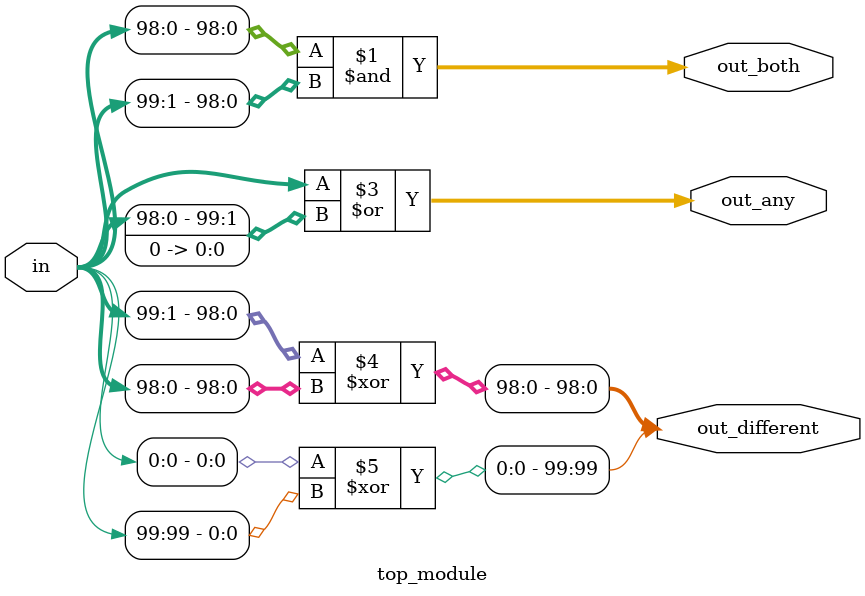
<source format=sv>
module top_module (
    input [99:0] in,
    output [98:0] out_both,
    output [99:0] out_any,
    output [99:0] out_different
);

   assign out_both = in[98:0] & in[99:1];
   assign out_any = in | (in << 1'b1);
   assign out_different = {in[0] ^ in[99], in[99:1] ^ in[98:0]};

endmodule

</source>
